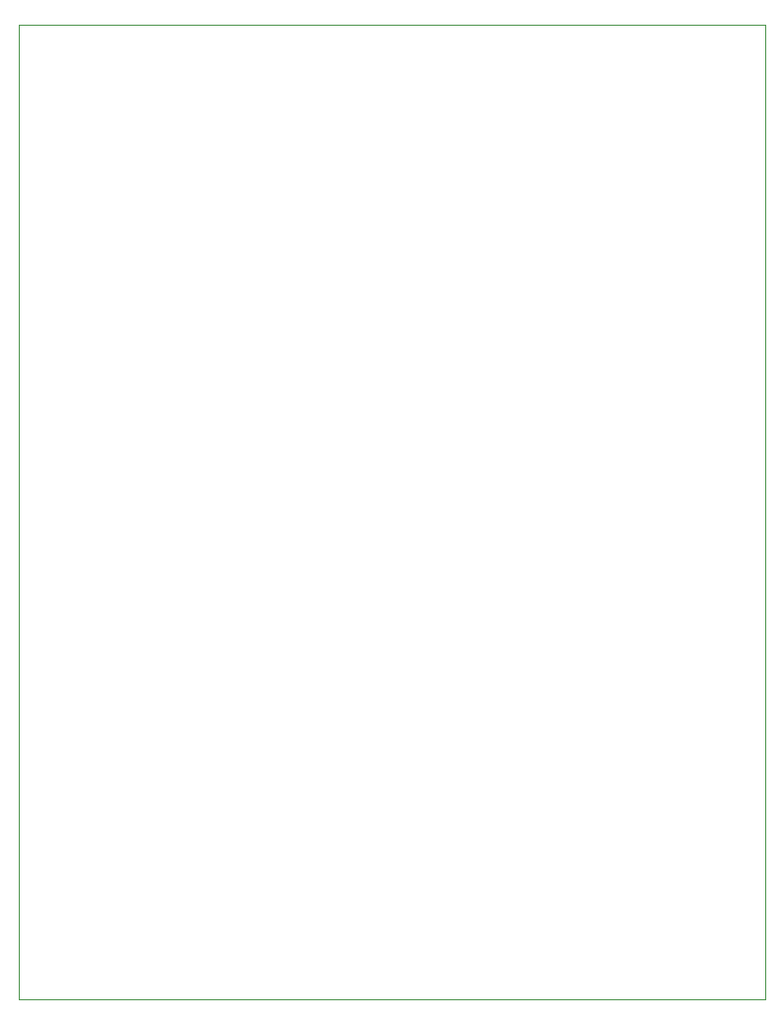
<source format=gbr>
%TF.GenerationSoftware,KiCad,Pcbnew,9.0.3*%
%TF.CreationDate,2025-08-10T10:47:53+08:00*%
%TF.ProjectId,HackPad Schematic,4861636b-5061-4642-9053-6368656d6174,rev?*%
%TF.SameCoordinates,Original*%
%TF.FileFunction,Profile,NP*%
%FSLAX46Y46*%
G04 Gerber Fmt 4.6, Leading zero omitted, Abs format (unit mm)*
G04 Created by KiCad (PCBNEW 9.0.3) date 2025-08-10 10:47:53*
%MOMM*%
%LPD*%
G01*
G04 APERTURE LIST*
%TA.AperFunction,Profile*%
%ADD10C,0.050000*%
%TD*%
G04 APERTURE END LIST*
D10*
X95700000Y-79700000D02*
X159600000Y-79700000D01*
X159600000Y-163100000D01*
X95700000Y-163100000D01*
X95700000Y-79700000D01*
M02*

</source>
